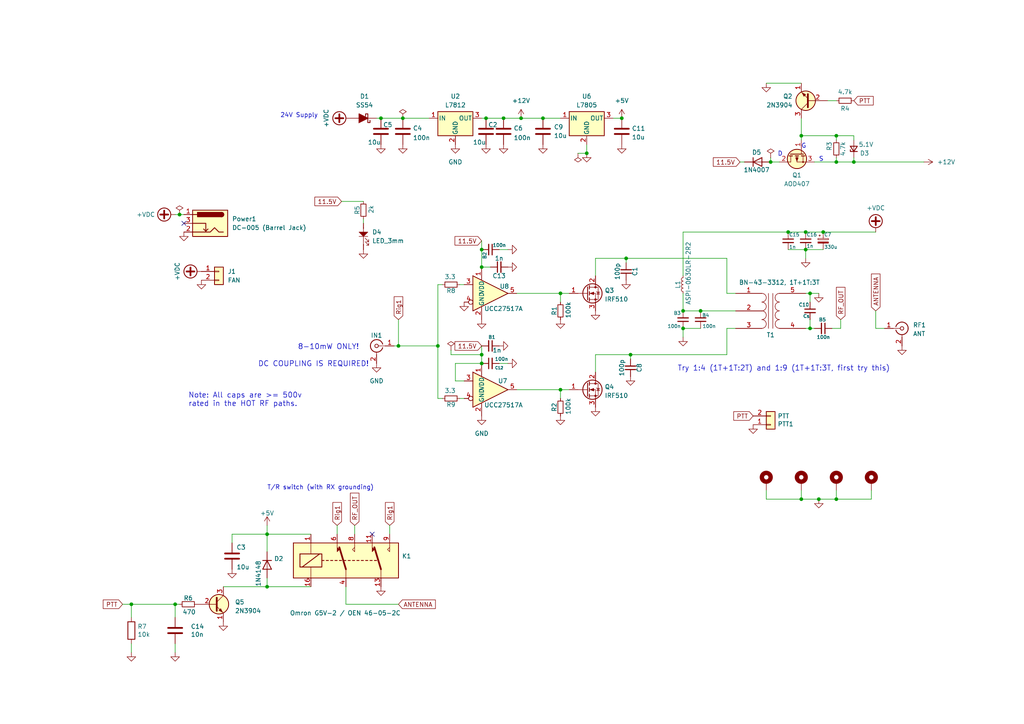
<source format=kicad_sch>
(kicad_sch (version 20231120) (generator "eeschema") (generator_version "8.0")
  (paper "A4")
  (title_block (title "Digital Push-Pull PA with T/R switch (24v, 2xIRF510)") (date "2024-02-20") (rev "2.1") (company "Henning Paul DC4HP (hnch@gmx.net), VU3CER (Dhiru), Rafał Rozestwiński") (comment 1 "Licensed under CC BY-NC 4.0") (comment 2 "https://creativecommons.org/licenses/by-nc/4.0/"))
  (lib_symbols
    (symbol "+VDC_1" (power) (pin_names (offset 0))
      (property "Value" "+VDC_1" (at 0 6.35 0))
      (symbol "+VDC_1_1_1"
        (pin power_in line (at 0 0 90) (length 0) hide (name "+VDC") (number "1"))
      )
    )
    (symbol "Connector:Barrel_Jack_Switch" (pin_names hide)
      (property "Reference" "J" (at 0 5.334 0))
      (property "Value" "Barrel_Jack_Switch" (at 0 -5.08 0))
      (symbol "Barrel_Jack_Switch_1_1"
        (pin passive line (at 7.62 2.54 180) (length 2.54) (name "~") (number "1"))
        (pin passive line (at 7.62 -2.54 180) (length 2.54) (name "~") (number "2"))
        (pin passive line (at 7.62 0 180) (length 2.54) (name "~") (number "3"))
      )
    )
    (symbol "Connector:Conn_Coaxial" (pin_names (offset 1.016) hide)
      (property "Reference" "J" (at 0.254 3.048 0))
      (property "Value" "Conn_Coaxial" (at 2.921 0 90))
      (symbol "Conn_Coaxial_1_1"
        (pin passive line (at -5.08 0 0) (length 2.54) (name "In") (number "1"))
        (pin passive line (at 0 -5.08 90) (length 2.54) (name "Ext") (number "2"))
      )
    )
    (symbol "Connector_Generic:Conn_01x02" (pin_names (offset 1.016) hide)
      (property "Reference" "J" (at 0 2.54 0))
      (property "Value" "Conn_01x02" (at 0 -5.08 0))
      (symbol "Conn_01x02_1_1"
        (pin passive line (at -5.08 0 0) (length 3.81) (name "Pin_1") (number "1"))
        (pin passive line (at -5.08 -2.54 0) (length 3.81) (name "Pin_2") (number "2"))
      )
    )
    (symbol "Device:C" (pin_numbers hide) (pin_names (offset 0.254))
      (property "Reference" "C" (at 0.635 2.54 0))
      (property "Value" "C" (at 0.635 -2.54 0))
      (symbol "C_1_1"
        (pin passive line (at 0 3.81 270) (length 2.794) (name "~") (number "1"))
        (pin passive line (at 0 -3.81 90) (length 2.794) (name "~") (number "2"))
      )
    )
    (symbol "Device:C_Polarized_Small" (pin_numbers hide) (pin_names (offset 0.254) hide)
      (property "Reference" "C" (at 0.254 1.778 0))
      (property "Value" "C_Polarized_Small" (at 0.254 -2.032 0))
      (symbol "C_Polarized_Small_1_1"
        (pin passive line (at 0 2.54 270) (length 1.8542) (name "~") (number "1"))
        (pin passive line (at 0 -2.54 90) (length 1.8542) (name "~") (number "2"))
      )
    )
    (symbol "Device:C_Small" (pin_numbers hide) (pin_names (offset 0.254) hide)
      (property "Reference" "C" (at 0.254 1.778 0))
      (property "Value" "C_Small" (at 0.254 -2.032 0))
      (symbol "C_Small_1_1"
        (pin passive line (at 0 2.54 270) (length 2.032) (name "~") (number "1"))
        (pin passive line (at 0 -2.54 90) (length 2.032) (name "~") (number "2"))
      )
    )
    (symbol "Device:D_Zener_Small" (pin_numbers hide) (pin_names (offset 0.254) hide)
      (property "Reference" "D" (at 0 2.286 0))
      (property "Value" "D_Zener_Small" (at 0 -2.286 0))
      (symbol "D_Zener_Small_1_1"
        (pin passive line (at -2.54 0 0) (length 1.778) (name "K") (number "1"))
        (pin passive line (at 2.54 0 180) (length 1.778) (name "A") (number "2"))
      )
    )
    (symbol "Device:L_Small" (pin_numbers hide) (pin_names (offset 0.254) hide)
      (property "Reference" "L" (at 0.762 1.016 0))
      (property "Value" "L_Small" (at 0.762 -1.016 0))
      (symbol "L_Small_1_1"
        (pin passive line (at 0 2.54 270) (length 0.508) (name "~") (number "1"))
        (pin passive line (at 0 -2.54 90) (length 0.508) (name "~") (number "2"))
      )
    )
    (symbol "Device:Q_NMOS_GDS" (pin_names (offset 0) hide)
      (property "Reference" "Q" (at 5.08 1.27 0))
      (property "Value" "Q_NMOS_GDS" (at 5.08 -1.27 0))
      (symbol "Q_NMOS_GDS_1_1"
        (pin input line (at -5.08 0 0) (length 2.54) (name "G") (number "1"))
        (pin passive line (at 2.54 5.08 270) (length 2.54) (name "D") (number "2"))
        (pin passive line (at 2.54 -5.08 90) (length 2.54) (name "S") (number "3"))
      )
    )
    (symbol "Device:R" (pin_numbers hide) (pin_names (offset 0))
      (property "Reference" "R" (at 2.032 0 90))
      (property "Value" "R" (at 0 0 90))
      (symbol "R_1_1"
        (pin passive line (at 0 3.81 270) (length 1.27) (name "~") (number "1"))
        (pin passive line (at 0 -3.81 90) (length 1.27) (name "~") (number "2"))
      )
    )
    (symbol "Device:R_Small" (pin_numbers hide) (pin_names (offset 0.254) hide)
      (property "Reference" "R" (at 0.762 0.508 0))
      (property "Value" "R_Small" (at 0.762 -1.016 0))
      (symbol "R_Small_1_1"
        (pin passive line (at 0 2.54 270) (length 0.762) (name "~") (number "1"))
        (pin passive line (at 0 -2.54 90) (length 0.762) (name "~") (number "2"))
      )
    )
    (symbol "Diode:1N4007" (pin_numbers hide) (pin_names hide)
      (property "Reference" "D" (at 0 2.54 0))
      (property "Value" "1N4007" (at 0 -2.54 0))
      (symbol "1N4007_1_1"
        (pin passive line (at -3.81 0 0) (length 2.54) (name "K") (number "1"))
        (pin passive line (at 3.81 0 180) (length 2.54) (name "A") (number "2"))
      )
    )
    (symbol "Diode:1N4148" (pin_numbers hide) (pin_names hide)
      (property "Reference" "D" (at 0 2.54 0))
      (property "Value" "1N4148" (at 0 -2.54 0))
      (property "Sim.Device" "D" (at 0 0 0))
      (property "Sim.Pins" "1=K 2=A" (at 0 0 0))
      (symbol "1N4148_1_1"
        (pin passive line (at -3.81 0 0) (length 2.54) (name "K") (number "1"))
        (pin passive line (at 3.81 0 180) (length 2.54) (name "A") (number "2"))
      )
    )
    (symbol "Mechanical:MountingHole_Pad" (pin_numbers hide) (pin_names (offset 1.016) hide)
      (property "Reference" "H" (at 0 6.35 0))
      (property "Value" "MountingHole_Pad" (at 0 4.445 0))
      (symbol "MountingHole_Pad_1_1"
        (pin input line (at 0 -2.54 90) (length 2.54) (name "1") (number "1"))
      )
    )
    (symbol "PCM_Diode_Schottky_AKL:SS54" (pin_numbers hide) (pin_names (offset 1.016) hide)
      (property "Reference" "D" (at 0 5.08 0))
      (property "Value" "SS54" (at 0 2.54 0))
      (symbol "SS54_1_1"
        (pin passive line (at 3.81 0 180) (length 2.54) (name "K") (number "1"))
        (pin passive line (at -3.81 0 0) (length 2.54) (name "A") (number "2"))
      )
    )
    (symbol "PCM_SL_Devices:LED_3mm"
      (property "Reference" "D" (at -0.508 5.334 0))
      (property "Value" "LED_3mm" (at -0.508 2.794 0))
      (symbol "LED_3mm_1_1"
        (pin passive line (at 3.81 0 180) (length 1.5) (name "~") (number "1"))
        (pin passive line (at -3.81 0 0) (length 1.5) (name "") (number "2"))
      )
    )
    (symbol "PCM_Transistor_BJT_AKL:2N3904" (pin_names hide)
      (property "Reference" "Q" (at 5.08 1.27 0))
      (property "Value" "2N3904" (at 5.08 -1.27 0))
      (symbol "2N3904_1_1"
        (pin passive line (at 2.54 -5.08 90) (length 2.54) (name "E") (number "1"))
        (pin passive line (at -5.08 0 0) (length 5.715) (name "B") (number "2"))
        (pin passive line (at 2.54 5.08 270) (length 2.54) (name "C") (number "3"))
      )
    )
    (symbol "PCM_Transistor_MOSFET_AKL:AOD407" (pin_names hide)
      (property "Reference" "Q" (at 5.08 1.27 0))
      (property "Value" "AOD407" (at 5.08 -1.27 0))
      (symbol "AOD407_1_1"
        (pin input line (at -3.81 1.27 0) (length 2.54) (name "G") (number "1"))
        (pin passive line (at 2.54 -5.08 90) (length 2.54) (name "D") (number "2"))
        (pin passive line (at 2.54 5.08 270) (length 2.54) (name "S") (number "3"))
      )
    )
    (symbol "Regulator_Linear:L7805" (pin_names (offset 0.254))
      (property "Reference" "U" (at -3.81 3.175 0))
      (property "Value" "L7805" (at 0 3.175 0))
      (symbol "L7805_1_1"
        (pin power_in line (at -7.62 0 0) (length 2.54) (name "IN") (number "1"))
        (pin power_in line (at 0 -7.62 90) (length 2.54) (name "GND") (number "2"))
        (pin power_out line (at 7.62 0 180) (length 2.54) (name "OUT") (number "3"))
      )
    )
    (symbol "Regulator_Linear:L7812" (pin_names (offset 0.254))
      (property "Reference" "U" (at -3.81 3.175 0))
      (property "Value" "L7812" (at 0 3.175 0))
      (symbol "L7812_1_1"
        (pin power_in line (at -7.62 0 0) (length 2.54) (name "IN") (number "1"))
        (pin power_in line (at 0 -7.62 90) (length 2.54) (name "GND") (number "2"))
        (pin power_out line (at 7.62 0 180) (length 2.54) (name "OUT") (number "3"))
      )
    )
    (symbol "Relay:G5V-2"
      (property "Reference" "K" (at 16.51 3.81 0))
      (property "Value" "G5V-2" (at 16.51 1.27 0))
      (symbol "G5V-2_1_1"
        (pin passive line (at -10.16 7.62 270) (length 2.54) (name "~") (number "1"))
        (pin passive line (at 7.62 7.62 270) (length 2.54) (name "~") (number "11"))
        (pin passive line (at 10.16 -7.62 90) (length 2.54) (name "~") (number "13"))
        (pin passive line (at -10.16 -7.62 90) (length 2.54) (name "~") (number "16"))
        (pin passive line (at 0 -7.62 90) (length 2.54) (name "~") (number "4"))
        (pin passive line (at -2.54 7.62 270) (length 2.54) (name "~") (number "6"))
        (pin passive line (at 2.54 7.62 270) (length 2.54) (name "~") (number "8"))
        (pin passive line (at 12.7 7.62 270) (length 2.54) (name "~") (number "9"))
      )
    )
    (symbol "fan3100:FAN3100" (pin_names (offset 0.127))
      (property "Reference" "U8" (at 4.064 2.032 0))
      (property "Value" "UCC27517A" (at 4.318 3.81 0))
      (symbol "FAN3100_1_1"
        (pin power_in line (at -2.54 7.62 270) (length 3.81) (name "VDD") (number "1"))
        (pin power_in line (at -2.54 -7.62 90) (length 3.81) (name "GND") (number "2"))
        (pin input line (at -7.62 2.54 0) (length 2.54) (name "~") (number "3"))
        (pin input inverted (at -7.62 -2.54 0) (length 2.54) (name "~") (number "4"))
        (pin output line (at 7.62 0 180) (length 2.54) (name "~") (number "5"))
      )
    )
    (symbol "power:+12V" (power) (pin_names (offset 0))
      (property "Value" "+12V" (at 0 3.556 0))
      (symbol "+12V_1_1"
        (pin power_in line (at 0 0 90) (length 0) hide (name "+12V") (number "1"))
      )
    )
    (symbol "power:+5V" (power) (pin_names (offset 0))
      (property "Value" "+5V" (at 0 3.556 0))
      (symbol "+5V_1_1"
        (pin power_in line (at 0 0 90) (length 0) hide (name "+5V") (number "1"))
      )
    )
    (symbol "power:+VDC" (power) (pin_names (offset 0))
      (property "Value" "+VDC" (at 0 6.35 0))
      (symbol "+VDC_1_1"
        (pin power_in line (at 0 0 90) (length 0) hide (name "+VDC") (number "1"))
      )
    )
    (symbol "power:GND" (power) (pin_names (offset 0))
      (property "Value" "GND" (at 0 -3.81 0))
      (symbol "GND_1_1"
        (pin power_in line (at 0 0 270) (length 0) hide (name "GND") (number "1"))
      )
    )
    (symbol "power:PWR_FLAG" (power) (pin_numbers hide) (pin_names (offset 0) hide)
      (property "Value" "PWR_FLAG" (at 0 3.81 0))
      (symbol "PWR_FLAG_0_0"
        (pin power_out line (at 0 0 90) (length 0) (name "pwr") (number "1"))
      )
    )
    (symbol "transf4ct:TRANSF4CT" (pin_names (offset 1.016) hide)
      (property "Reference" "T1" (at 0 8.89 0))
      (property "Value" "BN 61-202, 2+2T:6T" (at 0 -6.35 0))
      (symbol "TRANSF4CT_1_1"
        (pin passive line (at -10.16 5.08 0) (length 7.62) (name "PR1") (number "1"))
        (pin passive line (at -10.16 0 0) (length 7.62) (name "PM") (number "2"))
        (pin passive line (at -10.16 -5.08 0) (length 7.62) (name "PR2") (number "3"))
        (pin passive line (at 10.16 -5.08 180) (length 7.62) (name "S2") (number "4"))
        (pin passive line (at 10.16 5.08 180) (length 7.62) (name "S1") (number "5"))
      )
    )
  )
  (junction (at 242.57 46.99))
  (junction (at 140.97 34.29))
  (junction (at 116.84 34.29))
  (junction (at 170.18 44.45))
  (junction (at 38.1 175.26))
  (junction (at 233.68 67.31))
  (junction (at 77.47 170.18))
  (junction (at 146.05 34.29))
  (junction (at 223.52 46.99))
  (junction (at 139.7 102.87))
  (junction (at 157.48 34.29))
  (junction (at 234.95 85.09))
  (junction (at 198.12 90.17))
  (junction (at 234.95 95.25))
  (junction (at 139.7 72.39))
  (junction (at 228.6 67.31))
  (junction (at 237.49 144.78))
  (junction (at 162.56 113.03))
  (junction (at 139.7 105.41))
  (junction (at 238.76 67.31))
  (junction (at 151.13 34.29))
  (junction (at 77.47 154.94))
  (junction (at 127 100.33))
  (junction (at 181.61 74.93))
  (junction (at 247.65 46.99))
  (junction (at 115.57 100.33))
  (junction (at 242.57 39.37))
  (junction (at 180.34 34.29))
  (junction (at 139.7 77.47))
  (junction (at 232.41 39.37))
  (junction (at 110.49 34.29))
  (junction (at 162.56 85.09))
  (junction (at 242.57 144.78))
  (junction (at 50.8 175.26))
  (junction (at 182.88 102.87))
  (junction (at 203.2 90.17))
  (junction (at 198.12 95.25))
  (junction (at 232.41 144.78))
  (junction (at 233.68 72.39))
  (junction (at 52.07 62.23))
  (no_connect (at 107.95 154.94))
  (no_connect (at 53.34 64.77))
  (wire (pts (xy 242.57 45.72) (xy 242.57 46.99)))
  (wire (pts (xy 139.7 102.87) (xy 139.7 105.41)))
  (wire (pts (xy 139.7 72.39) (xy 139.7 77.47)))
  (wire (pts (xy 77.47 154.94) (xy 67.31 154.94)))
  (wire (pts (xy 139.7 34.29) (xy 140.97 34.29)))
  (wire (pts (xy 232.41 39.37) (xy 232.41 40.64)))
  (wire (pts (xy 170.18 41.91) (xy 170.18 44.45)))
  (wire (pts (xy 113.03 152.4) (xy 113.03 154.94)))
  (wire (pts (xy 182.88 102.87) (xy 210.82 102.87)))
  (wire (pts (xy 50.8 175.26) (xy 50.8 179.07)))
  (wire (pts (xy 77.47 152.4) (xy 77.47 154.94)))
  (wire (pts (xy 50.8 186.69) (xy 50.8 189.23)))
  (wire (pts (xy 233.68 95.25) (xy 234.95 95.25)))
  (wire (pts (xy 151.13 34.29) (xy 157.48 34.29)))
  (wire (pts (xy 115.57 92.71) (xy 115.57 100.33)))
  (wire (pts (xy 233.68 85.09) (xy 234.95 85.09)))
  (wire (pts (xy 38.1 175.26) (xy 50.8 175.26)))
  (wire (pts (xy 228.6 67.31) (xy 233.68 67.31)))
  (wire (pts (xy 198.12 67.31) (xy 228.6 67.31)))
  (wire (pts (xy 232.41 142.24) (xy 232.41 144.78)))
  (wire (pts (xy 172.72 102.87) (xy 182.88 102.87)))
  (wire (pts (xy 77.47 170.18) (xy 77.47 167.64)))
  (wire (pts (xy 52.07 62.23) (xy 53.34 62.23)))
  (wire (pts (xy 222.25 142.24) (xy 222.25 144.78)))
  (wire (pts (xy 102.87 152.4) (xy 102.87 154.94)))
  (wire (pts (xy 100.33 175.26) (xy 115.57 175.26)))
  (wire (pts (xy 181.61 74.93) (xy 210.82 74.93)))
  (wire (pts (xy 182.88 102.87) (xy 182.88 104.14)))
  (wire (pts (xy 198.12 85.09) (xy 198.12 90.17)))
  (wire (pts (xy 238.76 67.31) (xy 254 67.31)))
  (wire (pts (xy 172.72 74.93) (xy 181.61 74.93)))
  (wire (pts (xy 210.82 95.25) (xy 210.82 102.87)))
  (wire (pts (xy 144.78 72.39) (xy 147.32 72.39)))
  (wire (pts (xy 198.12 90.17) (xy 203.2 90.17)))
  (wire (pts (xy 236.22 46.99) (xy 242.57 46.99)))
  (wire (pts (xy 64.77 170.18) (xy 77.47 170.18)))
  (wire (pts (xy 105.41 63.5) (xy 105.41 64.77)))
  (wire (pts (xy 243.84 92.71) (xy 243.84 95.25)))
  (wire (pts (xy 232.41 39.37) (xy 242.57 39.37)))
  (wire (pts (xy 139.7 77.47) (xy 142.24 77.47)))
  (wire (pts (xy 203.2 90.17) (xy 213.36 90.17)))
  (wire (pts (xy 38.1 186.69) (xy 38.1 189.23)))
  (wire (pts (xy 172.72 107.95) (xy 172.72 102.87)))
  (wire (pts (xy 109.22 34.29) (xy 110.49 34.29)))
  (wire (pts (xy 35.56 175.26) (xy 38.1 175.26)))
  (wire (pts (xy 254 95.25) (xy 256.54 95.25)))
  (wire (pts (xy 127 82.55) (xy 127 100.33)))
  (wire (pts (xy 77.47 170.18) (xy 90.17 170.18)))
  (wire (pts (xy 77.47 154.94) (xy 77.47 160.02)))
  (wire (pts (xy 132.08 105.41) (xy 139.7 105.41)))
  (wire (pts (xy 38.1 175.26) (xy 38.1 179.07)))
  (wire (pts (xy 140.97 34.29) (xy 146.05 34.29)))
  (wire (pts (xy 252.73 144.78) (xy 252.73 142.24)))
  (wire (pts (xy 237.49 144.78) (xy 242.57 144.78)))
  (wire (pts (xy 50.8 175.26) (xy 52.07 175.26)))
  (wire (pts (xy 116.84 34.29) (xy 124.46 34.29)))
  (wire (pts (xy 67.31 154.94) (xy 67.31 157.48)))
  (wire (pts (xy 247.65 46.99) (xy 267.97 46.99)))
  (wire (pts (xy 240.03 29.21) (xy 242.57 29.21)))
  (wire (pts (xy 234.95 95.25) (xy 236.22 95.25)))
  (wire (pts (xy 181.61 74.93) (xy 181.61 76.2)))
  (wire (pts (xy 139.7 69.85) (xy 139.7 72.39)))
  (wire (pts (xy 233.68 67.31) (xy 238.76 67.31)))
  (wire (pts (xy 115.57 100.33) (xy 127 100.33)))
  (wire (pts (xy 242.57 39.37) (xy 242.57 40.64)))
  (wire (pts (xy 198.12 95.25) (xy 203.2 95.25)))
  (wire (pts (xy 241.3 95.25) (xy 243.84 95.25)))
  (wire (pts (xy 162.56 113.03) (xy 162.56 115.57)))
  (wire (pts (xy 144.78 105.41) (xy 147.32 105.41)))
  (wire (pts (xy 222.25 144.78) (xy 232.41 144.78)))
  (wire (pts (xy 233.68 72.39) (xy 233.68 74.93)))
  (wire (pts (xy 167.64 44.45) (xy 170.18 44.45)))
  (wire (pts (xy 114.3 100.33) (xy 115.57 100.33)))
  (wire (pts (xy 132.08 110.49) (xy 132.08 105.41)))
  (wire (pts (xy 254 90.17) (xy 254 95.25)))
  (wire (pts (xy 242.57 39.37) (xy 247.65 39.37)))
  (wire (pts (xy 172.72 80.01) (xy 172.72 74.93)))
  (wire (pts (xy 99.06 58.42) (xy 105.41 58.42)))
  (wire (pts (xy 130.81 102.87) (xy 139.7 102.87)))
  (wire (pts (xy 134.62 115.57) (xy 133.35 115.57)))
  (wire (pts (xy 247.65 45.72) (xy 247.65 46.99)))
  (wire (pts (xy 247.65 39.37) (xy 247.65 40.64)))
  (wire (pts (xy 149.86 113.03) (xy 162.56 113.03)))
  (wire (pts (xy 232.41 144.78) (xy 237.49 144.78)))
  (wire (pts (xy 234.95 85.09) (xy 237.49 85.09)))
  (wire (pts (xy 234.95 92.71) (xy 234.95 95.25)))
  (wire (pts (xy 130.81 101.6) (xy 130.81 102.87)))
  (wire (pts (xy 77.47 154.94) (xy 90.17 154.94)))
  (wire (pts (xy 233.68 72.39) (xy 238.76 72.39)))
  (wire (pts (xy 50.8 62.23) (xy 52.07 62.23)))
  (wire (pts (xy 242.57 144.78) (xy 252.73 144.78)))
  (wire (pts (xy 127 100.33) (xy 127 115.57)))
  (wire (pts (xy 134.62 110.49) (xy 132.08 110.49)))
  (wire (pts (xy 228.6 72.39) (xy 233.68 72.39)))
  (wire (pts (xy 242.57 46.99) (xy 247.65 46.99)))
  (wire (pts (xy 210.82 95.25) (xy 213.36 95.25)))
  (wire (pts (xy 198.12 95.25) (xy 198.12 97.79)))
  (wire (pts (xy 157.48 34.29) (xy 162.56 34.29)))
  (wire (pts (xy 146.05 34.29) (xy 151.13 34.29)))
  (wire (pts (xy 133.35 82.55) (xy 134.62 82.55)))
  (wire (pts (xy 210.82 85.09) (xy 213.36 85.09)))
  (wire (pts (xy 97.79 152.4) (xy 97.79 154.94)))
  (wire (pts (xy 162.56 113.03) (xy 165.1 113.03)))
  (wire (pts (xy 223.52 45.72) (xy 223.52 46.99)))
  (wire (pts (xy 128.27 115.57) (xy 127 115.57)))
  (wire (pts (xy 198.12 67.31) (xy 198.12 80.01)))
  (wire (pts (xy 210.82 74.93) (xy 210.82 85.09)))
  (wire (pts (xy 139.7 100.33) (xy 139.7 102.87)))
  (wire (pts (xy 127 82.55) (xy 128.27 82.55)))
  (wire (pts (xy 214.63 46.99) (xy 215.9 46.99)))
  (wire (pts (xy 232.41 34.29) (xy 232.41 39.37)))
  (wire (pts (xy 162.56 85.09) (xy 162.56 87.63)))
  (wire (pts (xy 149.86 85.09) (xy 162.56 85.09)))
  (wire (pts (xy 234.95 85.09) (xy 234.95 87.63)))
  (wire (pts (xy 100.33 170.18) (xy 100.33 175.26)))
  (wire (pts (xy 242.57 142.24) (xy 242.57 144.78)))
  (wire (pts (xy 110.49 34.29) (xy 116.84 34.29)))
  (wire (pts (xy 222.25 24.13) (xy 232.41 24.13)))
  (wire (pts (xy 162.56 85.09) (xy 165.1 85.09)))
  (wire (pts (xy 223.52 46.99) (xy 226.06 46.99)))
  (wire (pts (xy 177.8 34.29) (xy 180.34 34.29)))
  (text "Try 1:4 (1T+1T:2T) and 1:9 (1T+1T:3T, first try this)" (at 227.33 106.934 0) (effects (font (size 1.524 1.524))))
  (text "T/R switch (with RX grounding)" (at 77.47 142.24 0) (effects (font (size 1.27 1.27)) (justify left bottom)))
  (text "G" (at 232.41 43.18 0) (effects (font (size 1.27 1.27)) (justify left bottom)))
  (text "8-10mW ONLY!" (at 86.36 101.6 0) (effects (font (size 1.524 1.524)) (justify left bottom)))
  (text "Note: All caps are >= 500v \nrated in the HOT RF paths." (at 54.61 118.11 0) (effects (font (size 1.524 1.524)) (justify left bottom)))
  (text "DC COUPLING IS REQUIRED!" (at 90.932 105.664 0) (effects (font (size 1.524 1.524))))
  (text "D" (at 225.552 45.466 0) (effects (font (size 1.27 1.27)) (justify left bottom)))
  (text "S" (at 237.49 46.99 0) (effects (font (size 1.27 1.27)) (justify left bottom)))
  (text "24V Supply" (at 81.28 34.29 0) (effects (font (size 1.27 1.27)) (justify left bottom)))
  (global_label "ANTENNA" (shape input) (at 115.57 175.26 0) (property "Intersheetrefs" "${INTERSHEET_REFS}" (effects (hide yes))))
  (global_label "PTT" (shape input) (at 247.65 29.21 0) (property "Intersheetrefs" "${INTERSHEET_REFS}" (effects (hide yes))))
  (global_label "PTT" (shape input) (at 35.56 175.26 180) (property "Intersheetrefs" "${INTERSHEET_REFS}" (effects (hide yes))))
  (global_label "Rig1" (shape input) (at 113.03 152.4 90) (property "Intersheetrefs" "${INTERSHEET_REFS}" (effects (hide yes))))
  (global_label "Rig1" (shape input) (at 97.79 152.4 90) (property "Intersheetrefs" "${INTERSHEET_REFS}" (effects (hide yes))))
  (global_label "11.5V" (shape input) (at 214.63 46.99 180) (property "Intersheetrefs" "${INTERSHEET_REFS}" (effects (hide yes))))
  (global_label "11.5V" (shape input) (at 139.7 100.33 180) (property "Intersheetrefs" "${INTERSHEET_REFS}" (effects (hide yes))))
  (global_label "PTT" (shape input) (at 218.44 120.65 180) (property "Intersheetrefs" "${INTERSHEET_REFS}" (effects (hide yes))))
  (global_label "RF_OUT" (shape input) (at 102.87 152.4 90) (property "Intersheetrefs" "${INTERSHEET_REFS}" (effects (hide yes))))
  (global_label "11.5V" (shape input) (at 139.7 69.85 180) (property "Intersheetrefs" "${INTERSHEET_REFS}" (effects (hide yes))))
  (global_label "RF_OUT" (shape input) (at 243.84 92.71 90) (property "Intersheetrefs" "${INTERSHEET_REFS}" (effects (hide yes))))
  (global_label "ANTENNA" (shape input) (at 254 90.17 90) (property "Intersheetrefs" "${INTERSHEET_REFS}" (effects (hide yes))))
  (global_label "Rig1" (shape input) (at 115.57 92.71 90) (property "Intersheetrefs" "${INTERSHEET_REFS}" (effects (hide yes))))
  (global_label "11.5V" (shape input) (at 99.06 58.42 180) (property "Intersheetrefs" "${INTERSHEET_REFS}" (effects (hide yes))))
  (symbol (lib_id "Device:C_Small") (at 144.78 77.47 90) (unit 1)
    (property "Reference" "C13" (at 144.78 80.01 90))
    (property "Value" "1n" (at 144.78 74.93 90))
    (property "Footprint" "Capacitor_SMD:C_1206_3216Metric_Pad1.33x1.80mm_HandSolder" (effects (hide yes)))
  )
  (symbol (lib_id "power:GND") (at 64.77 180.34 0) (unit 1)
    (property "Reference" "#PWR05" (effects (hide yes)))
    (property "Value" "GND" (effects (hide yes)))
  )
  (symbol (lib_id "power:GND") (at 147.32 72.39 90) (unit 1)
    (property "Reference" "#PWR043" (effects (hide yes)))
    (property "Value" "GND" (effects (hide yes)))
  )
  (symbol (lib_id "power:GND") (at 198.12 97.79 0) (unit 1)
    (property "Reference" "#PWR051" (effects (hide yes)))
    (property "Value" "GND" (effects (hide yes)))
  )
  (symbol (lib_id "PCM_Transistor_MOSFET_AKL:AOD407") (at 231.14 44.45 270) (unit 1)
    (property "Reference" "Q1" (at 231.14 50.8 90))
    (property "Value" "AOD407" (at 231.14 53.34 90))
    (property "Footprint" "footprints:TO-252-2-Mod" (effects (hide yes)))
    (property "Datasheet" "https://www.tme.eu/Document/30df6ea9a855f5c21a835dd634077ed4/AOD407-DTE.pdf" (effects (hide yes)))
    (property "Description" "TO-252 P-MOSFET enchancement mode transistor, 60V, 12A, 50W, Alternate KiCAD Library" (effects (hide yes)))
  )
  (symbol (lib_id "power:GND") (at 146.05 41.91 0) (unit 1)
    (property "Reference" "#PWR021" (effects (hide yes)))
    (property "Value" "GND" (effects (hide yes)))
  )
  (symbol (lib_id "Device:C_Small") (at 181.61 78.74 180) (unit 1)
    (property "Reference" "C1" (at 184.15 78.74 90))
    (property "Value" "100p" (at 179.07 78.74 90))
    (property "Footprint" "Capacitor_SMD:C_1206_3216Metric_Pad1.33x1.80mm_HandSolder" (effects (hide yes)))
  )
  (symbol (lib_id "Device:R") (at 38.1 182.88 0) (unit 1)
    (property "Reference" "R7" (at 39.878 181.7116 0) (effects (justify left)))
    (property "Value" "10k" (at 39.878 184.023 0) (effects (justify left)))
    (property "Footprint" "Resistor_SMD:R_1206_3216Metric_Pad1.30x1.75mm_HandSolder" (effects (hide yes)))
    (property "Source" "LCSC" (effects (hide yes)))
  )
  (symbol (lib_id "power:GND") (at 170.18 44.45 0) (unit 1)
    (property "Reference" "#PWR031" (effects (hide yes)))
    (property "Value" "GND" (effects (hide yes)))
  )
  (symbol (lib_id "power:GND") (at 58.42 81.28 0) (unit 1)
    (property "Reference" "#PWR025" (effects (hide yes)))
    (property "Value" "GND" (effects (hide yes)))
  )
  (symbol (lib_id "power:GND") (at 139.7 120.65 0) (unit 1)
    (property "Reference" "#PWR035" (effects (hide yes)))
    (property "Value" "GND" (at 139.7 125.73 0))
  )
  (symbol (lib_id "Device:Q_NMOS_GDS") (at 170.18 85.09 0) (unit 1)
    (property "Reference" "Q3" (at 175.387 84.2553 0) (effects (justify left)))
    (property "Value" "IRF510" (at 175.387 86.7922 0) (effects (justify left)))
    (property "Footprint" "footprints:TO-220-3_Horizontal_TabDown" (effects (hide yes)))
  )
  (symbol (lib_id "power:GND") (at 181.61 81.28 0) (unit 1)
    (property "Reference" "#PWR016" (effects (hide yes)))
    (property "Value" "GND" (effects (hide yes)))
  )
  (symbol (lib_id "fan3100:FAN3100") (at 142.24 113.03 0) (unit 1)
    (property "Reference" "U7" (at 145.796 110.49 0))
    (property "Value" "UCC27517A" (at 146.05 117.475 0))
    (property "Footprint" "Package_TO_SOT_SMD:SOT-23-5_HandSoldering" (effects (hide yes)))
  )
  (symbol (lib_id "Connector:Barrel_Jack_Switch") (at 60.96 64.77 0) (mirror y) (unit 1)
    (property "Reference" "Power1" (at 67.31 63.4999 0) (effects (justify right)))
    (property "Value" "DC-005 (Barrel Jack)" (at 67.31 66.0399 0) (effects (justify right)))
    (property "Footprint" "footprints:XKB_DC-005-5A-2.0_Modded" (effects (hide yes)))
  )
  (symbol (lib_id "Mechanical:MountingHole_Pad") (at 232.41 139.7 0) (unit 1)
    (property "Reference" "H2" (effects (hide yes)))
    (property "Value" "MountingHole_Pad" (effects (hide yes)))
    (property "Footprint" "MountingHole:MountingHole_3.2mm_M3_Pad_Via" (effects (hide yes)))
  )
  (symbol (lib_id "power:GND") (at 116.84 41.91 0) (unit 1)
    (property "Reference" "#PWR010" (effects (hide yes)))
    (property "Value" "GND" (effects (hide yes)))
  )
  (symbol (lib_id "power:+VDC") (at 50.8 62.23 90) (unit 1)
    (property "Reference" "#PWR050" (effects (hide yes)))
    (property "Value" "+VDC" (at 44.9834 62.23 90) (effects (justify left)))
  )
  (symbol (lib_id "Connector:Conn_Coaxial") (at 261.62 95.25 0) (unit 1)
    (property "Reference" "RF1" (at 264.795 94.2732 0) (effects (justify left)))
    (property "Value" "ANT" (at 264.795 96.8132 0) (effects (justify left)))
    (property "Footprint" "Connector_Coaxial:SMA_Amphenol_901-144_Vertical" (effects (hide yes)))
    (property "Datasheet" " ~" (effects (hide yes)))
    (property "Description" "coaxial connector (BNC, SMA, SMB, SMC, Cinch/RCA, LEMO, ...)" (effects (hide yes)))
  )
  (symbol (lib_id "Relay:G5V-2") (at 100.33 162.56 0) (unit 1)
    (property "Reference" "K1" (at 116.586 161.2899 0) (effects (justify left)))
    (property "Value" "Omron G5V-2 / OEN 46-05-2C" (at 84.074 177.8 0) (effects (justify left)))
    (property "Footprint" "Relay_THT:Relay_DPDT_Omron_G5V-2" (effects (hide yes)))
    (property "Datasheet" "http://omronfs.omron.com/en_US/ecb/products/pdf/en-g5v_2.pdf" (effects (hide yes)))
  )
  (symbol (lib_id "Device:C_Small") (at 142.24 100.33 270) (unit 1)
    (property "Reference" "B1" (at 141.605 97.79 90) (effects (font (size 0.9906 0.9906)) (justify left)))
    (property "Value" "100n" (at 143.51 104.14 90) (effects (font (size 0.9906 0.9906)) (justify left)))
    (property "Footprint" "Capacitor_SMD:C_1206_3216Metric_Pad1.33x1.80mm_HandSolder" (effects (hide yes)))
  )
  (symbol (lib_id "Device:C") (at 140.97 38.1 0) (unit 1)
    (property "Reference" "C2" (at 141.605 36.195 0) (effects (justify left)))
    (property "Value" "10u" (at 137.16 41.275 0) (effects (justify left)))
    (property "Footprint" "Capacitor_SMD:C_1206_3216Metric_Pad1.33x1.80mm_HandSolder" (effects (hide yes)))
  )
  (symbol (lib_id "Connector_Generic:Conn_01x02") (at 223.52 123.19 0) (mirror x) (unit 1)
    (property "Reference" "PTT1" (at 225.552 122.9868 0) (effects (justify left)))
    (property "Value" "PTT" (at 225.552 120.6754 0) (effects (justify left)))
    (property "Footprint" "Connector_PinHeader_2.54mm:PinHeader_1x02_P2.54mm_Vertical" (effects (hide yes)))
  )
  (symbol (lib_id "Regulator_Linear:L7805") (at 170.18 34.29 0) (unit 1)
    (property "Reference" "U6" (at 170.18 27.94 0))
    (property "Value" "L7805" (at 170.18 30.48 0))
    (property "Footprint" "Package_TO_SOT_SMD:TO-252-2" (effects (hide yes)))
    (property "Datasheet" "http://www.st.com/content/ccc/resource/technical/document/datasheet/41/4f/b3/b0/12/d4/47/88/CD00000444.pdf/files/CD00000444.pdf/jcr:content/translations/en.CD00000444.pdf" (effects (hide yes)))
  )
  (symbol (lib_id "Device:R_Small") (at 130.81 115.57 270) (unit 1)
    (property "Reference" "R9" (at 130.81 117.348 90))
    (property "Value" "3.3" (at 130.556 113.3094 90))
    (property "Footprint" "Resistor_SMD:R_1206_3216Metric_Pad1.30x1.75mm_HandSolder" (effects (hide yes)))
  )
  (symbol (lib_id "Device:D_Zener_Small") (at 247.65 43.18 90) (unit 1)
    (property "Reference" "D3" (at 252.095 44.45 90) (effects (justify left)))
    (property "Value" "5.1V" (at 253.365 41.91 90) (effects (justify left)))
    (property "Footprint" "Diode_SMD:D_MiniMELF" (effects (hide yes)))
    (property "Source" "LCSC" (effects (hide yes)))
  )
  (symbol (lib_id "Device:C") (at 157.48 38.1 0) (unit 1)
    (property "Reference" "C9" (at 160.655 36.83 0) (effects (justify left)))
    (property "Value" "10u" (at 160.655 39.37 0) (effects (justify left)))
    (property "Footprint" "Capacitor_SMD:C_1206_3216Metric_Pad1.33x1.80mm_HandSolder" (effects (hide yes)))
  )
  (symbol (lib_id "power:PWR_FLAG") (at 223.52 45.72 0) (unit 1)
    (property "Reference" "#FLG04" (effects (hide yes)))
    (property "Value" "PWR_FLAG" (effects (hide yes)))
    (property "Description" "Special symbol for telling ERC where power comes from" (effects (hide yes)))
  )
  (symbol (lib_id "power:GND") (at 182.88 109.22 0) (unit 1)
    (property "Reference" "#PWR018" (effects (hide yes)))
    (property "Value" "GND" (effects (hide yes)))
  )
  (symbol (lib_id "Device:C_Small") (at 182.88 106.68 180) (unit 1)
    (property "Reference" "C8" (at 185.42 106.68 90))
    (property "Value" "100p" (at 180.34 106.68 90))
    (property "Footprint" "Capacitor_SMD:C_1206_3216Metric_Pad1.33x1.80mm_HandSolder" (effects (hide yes)))
  )
  (symbol (lib_id "Device:C") (at 67.31 161.29 0) (unit 1)
    (property "Reference" "C3" (at 68.58 158.75 0) (effects (justify left)))
    (property "Value" "10u" (at 68.58 164.465 0) (effects (justify left)))
    (property "Footprint" "Capacitor_SMD:C_1206_3216Metric_Pad1.33x1.80mm_HandSolder" (effects (hide yes)))
  )
  (symbol (lib_id "power:GND") (at 105.41 72.39 0) (unit 1)
    (property "Reference" "#PWR015" (effects (hide yes)))
    (property "Value" "GND" (effects (hide yes)))
  )
  (symbol (lib_id "power:+12V") (at 267.97 46.99 270) (unit 1)
    (property "Reference" "#PWR022" (effects (hide yes)))
    (property "Value" "+12V" (at 271.78 46.9899 90) (effects (justify left)))
  )
  (symbol (lib_id "power:GND") (at 147.32 105.41 90) (unit 1)
    (property "Reference" "#PWR044" (effects (hide yes)))
    (property "Value" "GND" (effects (hide yes)))
  )
  (symbol (lib_name "+VDC_1") (lib_id "power:+VDC") (at 101.6 34.29 90) (unit 1)
    (property "Reference" "#PWR09" (effects (hide yes)))
    (property "Value" "+VDC" (at 94.615 34.29 0))
  )
  (symbol (lib_id "transf4ct:TRANSF4CT") (at 223.52 90.17 0) (unit 1)
    (property "Reference" "T1" (at 223.52 97.155 0))
    (property "Value" "BN-43-3312, 1T+1T:3T" (at 226.06 81.915 0))
    (property "Footprint" "footprints:BN-43-3312-Modded" (effects (hide yes)))
  )
  (symbol (lib_id "fan3100:FAN3100") (at 142.24 85.09 0) (unit 1)
    (property "Reference" "U8" (at 146.304 83.058 0))
    (property "Value" "UCC27517A" (at 146.05 89.535 0))
    (property "Footprint" "Package_TO_SOT_SMD:SOT-23-5_HandSoldering" (effects (hide yes)))
  )
  (symbol (lib_id "Device:Q_NMOS_GDS") (at 170.18 113.03 0) (unit 1)
    (property "Reference" "Q4" (at 175.387 112.1953 0) (effects (justify left)))
    (property "Value" "IRF510" (at 175.387 114.7322 0) (effects (justify left)))
    (property "Footprint" "footprints:TO-220-3_Horizontal_TabDown" (effects (hide yes)))
  )
  (symbol (lib_id "Device:C_Small") (at 238.76 95.25 270) (unit 1)
    (property "Reference" "B5" (at 237.49 92.71 90) (effects (font (size 0.9906 0.9906)) (justify left)))
    (property "Value" "100n" (at 236.855 97.79 90) (effects (font (size 0.9906 0.9906)) (justify left)))
    (property "Footprint" "Capacitor_SMD:C_1206_3216Metric_Pad1.33x1.80mm_HandSolder" (effects (hide yes)))
  )
  (symbol (lib_id "power:GND") (at 162.56 92.71 0) (unit 1)
    (property "Reference" "#PWR011" (effects (hide yes)))
    (property "Value" "GND" (effects (hide yes)))
  )
  (symbol (lib_id "PCM_Diode_Schottky_AKL:SS54") (at 105.41 34.29 0) (unit 1)
    (property "Reference" "D1" (at 105.7275 27.94 0))
    (property "Value" "SS54" (at 105.7275 30.48 0))
    (property "Footprint" "Diode_SMD:D_SMA_Handsoldering" (effects (hide yes)))
    (property "Datasheet" "https://www.laro.com.pl/pdf/ss56.pdf" (effects (hide yes)))
  )
  (symbol (lib_id "Device:C_Small") (at 198.12 92.71 180) (unit 1)
    (property "Reference" "B3" (at 197.485 90.805 0) (effects (font (size 0.9906 0.9906)) (justify left)))
    (property "Value" "100n" (at 197.485 94.615 0) (effects (font (size 0.9906 0.9906)) (justify left)))
    (property "Footprint" "Capacitor_SMD:C_1206_3216Metric_Pad1.33x1.80mm_HandSolder" (effects (hide yes)))
  )
  (symbol (lib_id "Device:R_Small") (at 245.11 29.21 90) (unit 1)
    (property "Reference" "R4" (at 245.11 31.496 90))
    (property "Value" "4.7k" (at 245.11 26.67 90))
    (property "Footprint" "Resistor_SMD:R_1206_3216Metric_Pad1.30x1.75mm_HandSolder" (effects (hide yes)))
    (property "Source" "LCSC" (effects (hide yes)))
  )
  (symbol (lib_id "Device:C_Small") (at 233.68 69.85 0) (unit 1)
    (property "Reference" "C16" (at 233.934 68.072 0) (effects (font (size 0.9906 0.9906)) (justify left)))
    (property "Value" "1n" (at 233.934 71.374 0) (effects (font (size 0.9906 0.9906)) (justify left)))
    (property "Footprint" "Capacitor_SMD:C_1206_3216Metric_Pad1.33x1.80mm_HandSolder" (effects (hide yes)))
    (property "Ext" "HV" (effects (hide yes)))
  )
  (symbol (lib_id "power:GND") (at 67.31 165.1 0) (unit 1)
    (property "Reference" "#PWR06" (effects (hide yes)))
    (property "Value" "GND" (effects (hide yes)))
  )
  (symbol (lib_id "Diode:1N4007") (at 219.71 46.99 0) (unit 1)
    (property "Reference" "D5" (at 219.456 44.196 0))
    (property "Value" "1N4007" (at 219.456 49.276 0))
    (property "Footprint" "Diode_THT:D_DO-41_SOD81_P2.54mm_Vertical_KathodeUp" (effects (hide yes)))
    (property "Datasheet" "http://www.vishay.com/docs/88503/1n4001.pdf" (effects (hide yes)))
    (property "Description" "1000V 1A General Purpose Rectifier Diode, DO-41" (effects (hide yes)))
    (property "Sim.Device" "D" (effects (hide yes)))
    (property "Sim.Pins" "1=K 2=A" (effects (hide yes)))
  )
  (symbol (lib_id "Device:C") (at 146.05 38.1 0) (unit 1)
    (property "Reference" "C6" (at 148.971 37.1915 0) (effects (justify left)))
    (property "Value" "100n" (at 148.971 39.9666 0) (effects (justify left)))
    (property "Footprint" "Capacitor_SMD:C_1206_3216Metric_Pad1.33x1.80mm_HandSolder" (effects (hide yes)))
  )
  (symbol (lib_id "power:GND") (at 218.44 123.19 0) (unit 1)
    (property "Reference" "#PWR049" (effects (hide yes)))
    (property "Value" "GND" (effects (hide yes)))
  )
  (symbol (lib_id "power:GND") (at 139.7 92.71 0) (unit 1)
    (property "Reference" "#PWR037" (effects (hide yes)))
    (property "Value" "GND" (effects (hide yes)))
  )
  (symbol (lib_id "Device:R_Small") (at 54.61 175.26 90) (unit 1)
    (property "Reference" "R6" (at 54.61 173.482 90))
    (property "Value" "470" (at 54.864 177.5206 90))
    (property "Footprint" "Resistor_SMD:R_1206_3216Metric_Pad1.30x1.75mm_HandSolder" (effects (hide yes)))
  )
  (symbol (lib_id "power:GND") (at 140.97 41.91 0) (unit 1)
    (property "Reference" "#PWR04" (effects (hide yes)))
    (property "Value" "GND" (effects (hide yes)))
  )
  (symbol (lib_name "+VDC_1") (lib_id "power:+VDC") (at 58.42 78.74 90) (unit 1)
    (property "Reference" "#PWR024" (effects (hide yes)))
    (property "Value" "+VDC" (at 51.435 78.74 0))
  )
  (symbol (lib_id "power:GND") (at 157.48 41.91 0) (unit 1)
    (property "Reference" "#PWR028" (effects (hide yes)))
    (property "Value" "GND" (effects (hide yes)))
  )
  (symbol (lib_id "power:PWR_FLAG") (at 167.64 44.45 180) (unit 1)
    (property "Reference" "#FLG03" (effects (hide yes)))
    (property "Value" "PWR_FLAG" (effects (hide yes)))
  )
  (symbol (lib_id "power:GND") (at 147.32 77.47 90) (unit 1)
    (property "Reference" "#PWR045" (effects (hide yes)))
    (property "Value" "GND" (effects (hide yes)))
  )
  (symbol (lib_id "Connector:Conn_Coaxial") (at 109.22 100.33 0) (mirror y) (unit 1)
    (property "Reference" "IN1" (at 109.22 97.282 0))
    (property "Value" "Conn_Coaxial" (effects (hide yes)))
    (property "Footprint" "Connector_Coaxial:SMA_Amphenol_901-144_Vertical" (effects (hide yes)))
    (property "Datasheet" " ~" (effects (hide yes)))
    (property "Description" "coaxial connector (BNC, SMA, SMB, SMC, Cinch/RCA, LEMO, ...)" (effects (hide yes)))
  )
  (symbol (lib_id "power:GND") (at 237.49 144.78 0) (unit 1)
    (property "Reference" "#PWR033" (effects (hide yes)))
    (property "Value" "GND" (effects (hide yes)))
  )
  (symbol (lib_id "Mechanical:MountingHole_Pad") (at 222.25 139.7 0) (unit 1)
    (property "Reference" "H1" (effects (hide yes)))
    (property "Value" "MountingHole_Pad" (effects (hide yes)))
    (property "Footprint" "MountingHole:MountingHole_3.2mm_M3_Pad_Via" (effects (hide yes)))
  )
  (symbol (lib_id "Device:R_Small") (at 130.81 82.55 270) (unit 1)
    (property "Reference" "R8" (at 130.81 84.328 90))
    (property "Value" "3.3" (at 130.556 80.2894 90))
    (property "Footprint" "Resistor_SMD:R_1206_3216Metric_Pad1.30x1.75mm_HandSolder" (effects (hide yes)))
  )
  (symbol (lib_id "Device:C_Small") (at 203.2 92.71 180) (unit 1)
    (property "Reference" "B4" (at 205.74 91.44 0) (effects (font (size 0.9906 0.9906)) (justify left)))
    (property "Value" "100n" (at 207.645 94.615 0) (effects (font (size 0.9906 0.9906)) (justify left)))
    (property "Footprint" "Capacitor_SMD:C_1206_3216Metric_Pad1.33x1.80mm_HandSolder" (effects (hide yes)))
  )
  (symbol (lib_id "Device:C_Small") (at 228.6 69.85 0) (unit 1)
    (property "Reference" "C15" (at 228.854 68.072 0) (effects (font (size 0.9906 0.9906)) (justify left)))
    (property "Value" "1n" (at 228.854 71.628 0) (effects (font (size 0.9906 0.9906)) (justify left)))
    (property "Footprint" "Capacitor_SMD:C_1206_3216Metric_Pad1.33x1.80mm_HandSolder" (effects (hide yes)))
    (property "Ext" "HV" (effects (hide yes)))
  )
  (symbol (lib_id "power:GND") (at 144.78 100.33 90) (unit 1)
    (property "Reference" "#PWR042" (effects (hide yes)))
    (property "Value" "GND" (effects (hide yes)))
  )
  (symbol (lib_id "power:+5V") (at 180.34 34.29 0) (unit 1)
    (property "Reference" "#PWR038" (effects (hide yes)))
    (property "Value" "+5V" (at 180.34 29.21 0))
  )
  (symbol (lib_id "Device:L_Small") (at 198.12 82.55 180) (unit 1)
    (property "Reference" "L1" (at 196.596 82.55 90))
    (property "Value" "ASPI-0630LR-2R2" (at 199.644 79.248 90))
    (property "Footprint" "footprints:L_6.3x6.3_H3-Longer" (effects (hide yes)))
    (property "Description" "Inductor, small symbol" (effects (hide yes)))
  )
  (symbol (lib_id "Device:R_Small") (at 162.56 90.17 180) (unit 1)
    (property "Reference" "R1" (at 160.782 90.17 90))
    (property "Value" "100k" (at 164.8206 89.916 90))
    (property "Footprint" "Resistor_SMD:R_1206_3216Metric_Pad1.30x1.75mm_HandSolder" (effects (hide yes)))
  )
  (symbol (lib_id "Regulator_Linear:L7812") (at 132.08 34.29 0) (unit 1)
    (property "Reference" "U2" (at 132.08 27.94 0))
    (property "Value" "L7812" (at 132.08 30.48 0))
    (property "Footprint" "footprints:TO-252-2-Mod" (effects (hide yes)))
    (property "Datasheet" "http://www.st.com/content/ccc/resource/technical/document/datasheet/41/4f/b3/b0/12/d4/47/88/CD00000444.pdf/files/CD00000444.pdf/jcr:content/translations/en.CD00000444.pdf" (effects (hide yes)))
  )
  (symbol (lib_id "power:GND") (at 180.34 41.91 0) (unit 1)
    (property "Reference" "#PWR039" (effects (hide yes)))
    (property "Value" "GND" (effects (hide yes)))
  )
  (symbol (lib_id "Diode:1N4148") (at 77.47 163.83 270) (unit 1)
    (property "Reference" "D2" (at 79.502 162.052 90) (effects (justify left)))
    (property "Value" "1N4148" (at 74.93 162.56 0) (effects (justify left)))
    (property "Footprint" "Diode_THT:D_DO-35_SOD27_P2.54mm_Vertical_KathodeUp" (effects (hide yes)))
    (property "Datasheet" "https://assets.nexperia.com/documents/data-sheet/1N4148_1N4448.pdf" (effects (hide yes)))
  )
  (symbol (lib_id "Device:C_Small") (at 142.24 105.41 90) (unit 1)
    (property "Reference" "C12" (at 144.78 106.68 90) (effects (font (size 0.8 0.8))))
    (property "Value" "1n" (at 144.145 101.6 90))
    (property "Footprint" "Capacitor_SMD:C_1206_3216Metric_Pad1.33x1.80mm_HandSolder" (effects (hide yes)))
  )
  (symbol (lib_id "Mechanical:MountingHole_Pad") (at 242.57 139.7 0) (unit 1)
    (property "Reference" "H3" (effects (hide yes)))
    (property "Value" "MountingHole_Pad" (effects (hide yes)))
    (property "Footprint" "MountingHole:MountingHole_3.2mm_M3_Pad_Via" (effects (hide yes)))
  )
  (symbol (lib_id "power:GND") (at 233.68 74.93 0) (unit 1)
    (property "Reference" "#PWR054" (effects (hide yes)))
    (property "Value" "GND" (effects (hide yes)))
  )
  (symbol (lib_id "power:GND") (at 38.1 189.23 0) (unit 1)
    (property "Reference" "#PWR019" (effects (hide yes)))
    (property "Value" "GND" (effects (hide yes)))
  )
  (symbol (lib_id "PCM_Transistor_BJT_AKL:2N3904") (at 62.23 175.26 0) (unit 1)
    (property "Reference" "Q5" (at 68.1482 174.625 0) (effects (justify left)))
    (property "Value" "2N3904" (at 68.1482 177.165 0) (effects (justify left)))
    (property "Footprint" "Package_TO_SOT_THT:TO-92_HandSolder" (effects (hide yes)))
    (property "Datasheet" "https://www.tme.eu/Document/12bff749841e3a356e683e9a8e7e4119/2N3904BU-DTE.pdf" (effects (hide yes)))
  )
  (symbol (lib_id "power:GND") (at 132.08 41.91 0) (unit 1)
    (property "Reference" "#PWR014" (effects (hide yes)))
    (property "Value" "GND" (at 132.08 46.99 0))
  )
  (symbol (lib_id "power:PWR_FLAG") (at 52.07 62.23 0) (unit 1)
    (property "Reference" "#FLG02" (effects (hide yes)))
    (property "Value" "PWR_FLAG" (effects (hide yes)))
  )
  (symbol (lib_id "power:GND") (at 53.34 67.31 0) (unit 1)
    (property "Reference" "#PWR052" (effects (hide yes)))
    (property "Value" "GND" (effects (hide yes)))
  )
  (symbol (lib_id "power:GND") (at 162.56 120.65 0) (unit 1)
    (property "Reference" "#PWR013" (effects (hide yes)))
    (property "Value" "GND" (effects (hide yes)))
  )
  (symbol (lib_id "power:PWR_FLAG") (at 116.84 34.29 0) (unit 1)
    (property "Reference" "#FLG01" (effects (hide yes)))
    (property "Value" "PWR_FLAG" (effects (hide yes)))
  )
  (symbol (lib_id "PCM_SL_Devices:LED_3mm") (at 105.41 68.58 270) (unit 1)
    (property "Reference" "D4" (at 107.95 67.3099 90) (effects (justify left)))
    (property "Value" "LED_3mm" (at 107.95 69.8499 90) (effects (justify left)))
    (property "Footprint" "LED_THT:LED_D3.0mm" (effects (hide yes)))
    (property "Description" "3mm diameter small LED" (effects (hide yes)))
  )
  (symbol (lib_id "Device:C") (at 50.8 182.88 0) (unit 1)
    (property "Reference" "C14" (at 55.3212 181.7116 0) (effects (justify left)))
    (property "Value" "10n" (at 55.3212 184.023 0) (effects (justify left)))
    (property "Footprint" "Capacitor_SMD:C_1206_3216Metric_Pad1.33x1.80mm_HandSolder" (effects (hide yes)))
    (property "Source" "LCSC" (effects (hide yes)))
  )
  (symbol (lib_id "Device:C_Small") (at 234.95 90.17 0) (unit 1)
    (property "Reference" "C10" (at 231.648 88.392 0) (effects (font (size 0.9906 0.9906)) (justify left)))
    (property "Value" "Cs" (at 232.918 91.694 0) (effects (font (size 0.9906 0.9906)) (justify left)))
    (property "Footprint" "Capacitor_THT:C_Rect_L7.0mm_W2.0mm_P5.00mm" (effects (hide yes)))
    (property "Ext" "HV" (effects (hide yes)))
  )
  (symbol (lib_id "Mechanical:MountingHole_Pad") (at 252.73 139.7 0) (mirror y) (unit 1)
    (property "Reference" "H4" (effects (hide yes)))
    (property "Value" "MountingHole_Pad" (effects (hide yes)))
    (property "Footprint" "MountingHole:MountingHole_3.2mm_M3_Pad_Via" (effects (hide yes)))
  )
  (symbol (lib_id "power:GND") (at 50.8 189.23 0) (unit 1)
    (property "Reference" "#PWR020" (effects (hide yes)))
    (property "Value" "GND" (effects (hide yes)))
  )
  (symbol (lib_id "Device:R_Small") (at 162.56 118.11 180) (unit 1)
    (property "Reference" "R2" (at 160.782 118.11 90))
    (property "Value" "100k" (at 164.8206 117.856 90))
    (property "Footprint" "Resistor_SMD:R_1206_3216Metric_Pad1.30x1.75mm_HandSolder" (effects (hide yes)))
  )
  (symbol (lib_id "power:+5V") (at 77.47 152.4 0) (unit 1)
    (property "Reference" "#PWR07" (effects (hide yes)))
    (property "Value" "+5V" (at 77.47 148.844 0))
  )
  (symbol (lib_id "Device:C") (at 116.84 38.1 0) (unit 1)
    (property "Reference" "C4" (at 119.761 37.1915 0) (effects (justify left)))
    (property "Value" "100n" (at 119.761 39.9666 0) (effects (justify left)))
    (property "Footprint" "Capacitor_SMD:C_1206_3216Metric_Pad1.33x1.80mm_HandSolder" (effects (hide yes)))
  )
  (symbol (lib_id "Device:C_Small") (at 142.24 72.39 270) (unit 1)
    (property "Reference" "B2" (at 140.589 73.025 0) (effects (font (size 0.9906 0.9906)) (justify left)))
    (property "Value" "100n" (at 142.875 71.12 90) (effects (font (size 0.9906 0.9906)) (justify left)))
    (property "Footprint" "Capacitor_SMD:C_1206_3216Metric_Pad1.33x1.80mm_HandSolder" (effects (hide yes)))
  )
  (symbol (lib_id "Connector_Generic:Conn_01x02") (at 63.5 78.74 0) (unit 1)
    (property "Reference" "J1" (at 66.04 78.7399 0) (effects (justify left)))
    (property "Value" "FAN" (at 66.04 81.2799 0) (effects (justify left)))
    (property "Footprint" "Connector_PinHeader_2.54mm:PinHeader_1x02_P2.54mm_Vertical" (effects (hide yes)))
    (property "Description" "Generic connector, single row, 01x02, script generated (kicad-library-utils/schlib/autogen/connector/)" (effects (hide yes)))
  )
  (symbol (lib_id "Device:R_Small") (at 242.57 43.18 180) (unit 1)
    (property "Reference" "R3" (at 240.538 42.418 90))
    (property "Value" "4.7k" (at 244.475 43.18 90))
    (property "Footprint" "Resistor_SMD:R_1206_3216Metric_Pad1.30x1.75mm_HandSolder" (effects (hide yes)))
    (property "Source" "LCSC" (effects (hide yes)))
  )
  (symbol (lib_id "Device:C") (at 110.49 38.1 0) (unit 1)
    (property "Reference" "C5" (at 111.125 36.195 0) (effects (justify left)))
    (property "Value" "10u" (at 106.68 41.275 0) (effects (justify left)))
    (property "Footprint" "Capacitor_SMD:C_1206_3216Metric_Pad1.33x1.80mm_HandSolder" (effects (hide yes)))
  )
  (symbol (lib_id "Device:C_Polarized_Small") (at 238.76 69.85 0) (unit 1)
    (property "Reference" "C7" (at 239.014 68.072 0) (effects (font (size 0.9906 0.9906)) (justify left)))
    (property "Value" "330u" (at 239.014 71.628 0) (effects (font (size 0.9906 0.9906)) (justify left)))
    (property "Footprint" "Capacitor_THT:CP_Radial_D8.0mm_P5.00mm" (effects (hide yes)))
  )
  (symbol (lib_id "power:GND") (at 172.72 118.11 0) (unit 1)
    (property "Reference" "#PWR048" (effects (hide yes)))
    (property "Value" "GND" (effects (hide yes)))
  )
  (symbol (lib_id "power:GND") (at 109.22 105.41 0) (unit 1)
    (property "Reference" "#PWR01" (effects (hide yes)))
    (property "Value" "GND" (at 109.22 110.49 0))
  )
  (symbol (lib_id "power:GND") (at 222.25 24.13 0) (unit 1)
    (property "Reference" "#PWR017" (effects (hide yes)))
    (property "Value" "GND" (effects (hide yes)))
  )
  (symbol (lib_id "power:PWR_FLAG") (at 130.81 101.6 0) (unit 1)
    (property "Reference" "#FLG05" (effects (hide yes)))
    (property "Value" "PWR_FLAG" (effects (hide yes)))
    (property "Description" "Special symbol for telling ERC where power comes from" (effects (hide yes)))
  )
  (symbol (lib_id "power:GND") (at 237.49 85.09 0) (unit 1)
    (property "Reference" "#PWR055" (effects (hide yes)))
    (property "Value" "GND" (effects (hide yes)))
  )
  (symbol (lib_name "+VDC_1") (lib_id "power:+VDC") (at 254 67.31 0) (unit 1)
    (property "Reference" "#PWR03" (effects (hide yes)))
    (property "Value" "+VDC" (at 254 60.325 0))
  )
  (symbol (lib_id "Device:R_Small") (at 105.41 60.96 180) (unit 1)
    (property "Reference" "R5" (at 103.632 60.96 90))
    (property "Value" "2k" (at 107.6706 60.706 90))
    (property "Footprint" "Resistor_SMD:R_1206_3216Metric_Pad1.30x1.75mm_HandSolder" (effects (hide yes)))
  )
  (symbol (lib_id "power:GND") (at 172.72 90.17 0) (unit 1)
    (property "Reference" "#PWR047" (effects (hide yes)))
    (property "Value" "GND" (effects (hide yes)))
  )
  (symbol (lib_id "Device:C") (at 180.34 38.1 0) (unit 1)
    (property "Reference" "C11" (at 183.261 37.2653 0) (effects (justify left)))
    (property "Value" "10u" (at 183.261 39.8022 0) (effects (justify left)))
    (property "Footprint" "Capacitor_SMD:C_1206_3216Metric_Pad1.33x1.80mm_HandSolder" (effects (hide yes)))
  )
  (symbol (lib_id "power:GND") (at 110.49 170.18 0) (unit 1)
    (property "Reference" "#PWR012" (effects (hide yes)))
    (property "Value" "GND" (effects (hide yes)))
  )
  (symbol (lib_id "PCM_Transistor_BJT_AKL:2N3904") (at 234.95 29.21 180) (unit 1)
    (property "Reference" "Q2" (at 229.87 27.94 0) (effects (justify left)))
    (property "Value" "2N3904" (at 229.87 30.48 0) (effects (justify left)))
    (property "Footprint" "Package_TO_SOT_THT:TO-92_HandSolder" (effects (hide yes)))
    (property "Datasheet" "https://www.onsemi.com/pdf/datasheet/2n3903-d.pdf" (effects (hide yes)))
    (property "Source" "LCSC" (effects (hide yes)))
  )
  (symbol (lib_id "power:GND") (at 110.49 41.91 0) (unit 1)
    (property "Reference" "#PWR08" (effects (hide yes)))
    (property "Value" "GND" (effects (hide yes)))
  )
  (symbol (lib_id "power:+12V") (at 151.13 34.29 0) (unit 1)
    (property "Reference" "#PWR023" (effects (hide yes)))
    (property "Value" "+12V" (at 151.13 29.21 0))
  )
  (symbol (lib_id "power:GND") (at 261.62 100.33 0) (unit 1)
    (property "Reference" "#PWR061" (effects (hide yes)))
    (property "Value" "GND" (effects (hide yes)))
  )
  (symbol (lib_id "power:GND") (at 134.62 87.63 0) (unit 1)
    (property "Reference" "#PWR02" (effects (hide yes)))
    (property "Value" "GND" (effects (hide yes)))
  )
)
</source>
